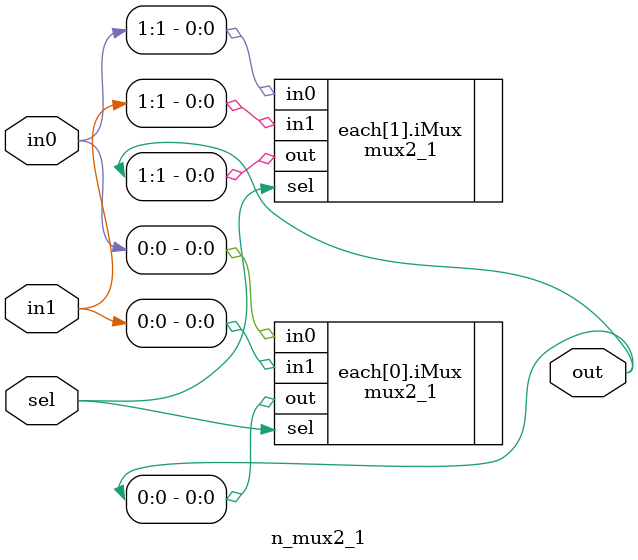
<source format=sv>
`timescale 1ns/10ps

module n_mux2_1 #(parameter MUXSIZE = 2) (out, in0, in1, sel);
	input logic sel;
	input logic [MUXSIZE - 1:0] in0, in1;
	output logic [MUXSIZE - 1:0] out;

	genvar i;
	generate
		for (i=0; i<MUXSIZE; i+=1) begin : each
			mux2_1 iMux (.out(out[i]), .in0(in0[i]), .in1(in1[i]), .sel(sel));
		end
	endgenerate

endmodule

</source>
